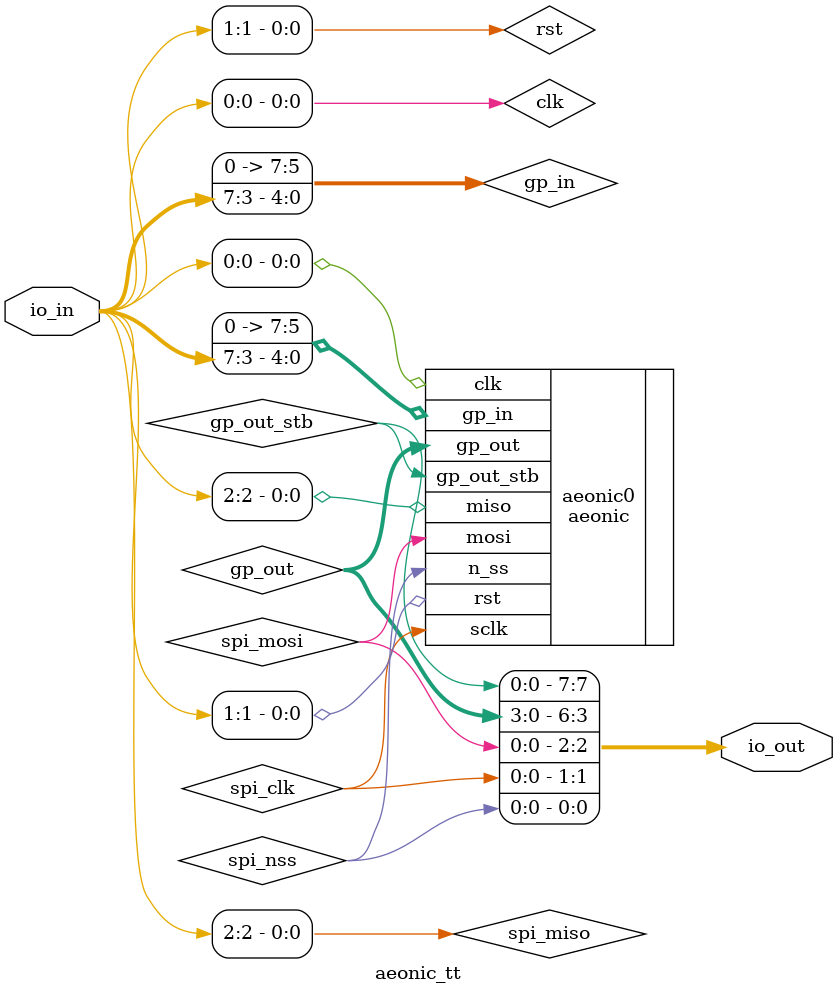
<source format=v>


`default_nettype none

module aeonic_tt
  (input [7:0] io_in,
   output [7:0]	io_out
   );
   
   wire	      clk;
   wire	      rst;

   wire	      spi_nss;
   wire	      spi_clk;
   wire	      spi_mosi;
   wire	      spi_miso;

   wire [7:0] gp_in;
   wire [7:0] gp_out;
   wire	      gp_out_stb;
   

   assign clk = io_in[0];
   assign rst = io_in[1];
   assign spi_miso = io_in[2];

   assign gp_in[4:0] = io_in[7:3];
   assign gp_in[7:5] = 3'b000;

   assign io_out[0] = spi_nss;
   assign io_out[1] = spi_clk;
   assign io_out[2] = spi_mosi;
   assign io_out[6:3] = gp_out[3:0];
   assign io_out[7] = gp_out_stb;

   aeonic aeonic0(.clk(clk),
		  .rst(rst),
		  .gp_in(gp_in),
		  .gp_out(gp_out),
		  .gp_out_stb(gp_out_stb),
		  .n_ss(spi_nss),
		  .sclk(spi_clk),
		  .mosi(spi_mosi),
		  .miso(spi_miso));

endmodule


</source>
